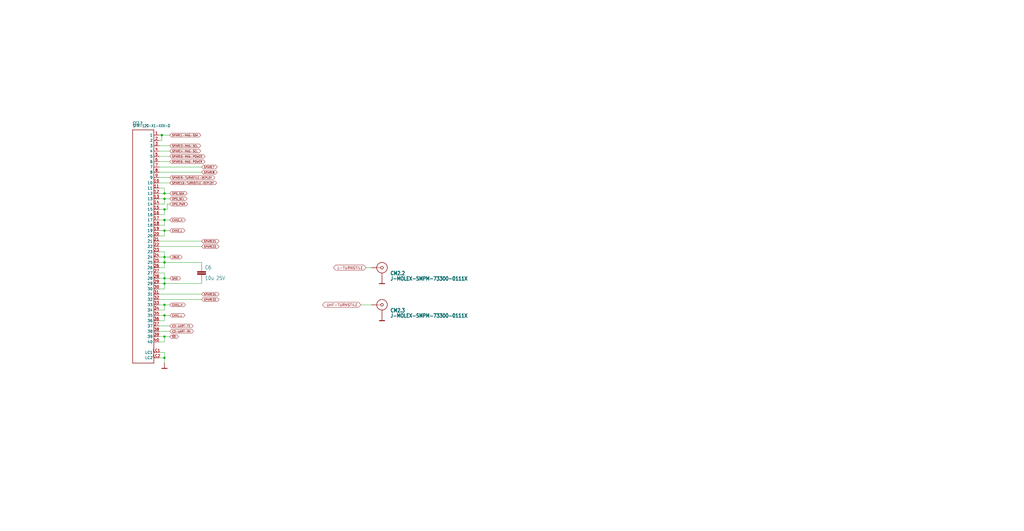
<source format=kicad_sch>
(kicad_sch (version 20211123) (generator eeschema)
  (paper "User" 490.22 254.406)
  (lib_symbols
    (symbol "J-MOLEX-SMPM-73300-0111X:J-MOLEX-SMPM-73300-0111X_1"
      (property "Reference" "CM2.2" (at 3.81 -3.81 0))
      (property "Value" "J-MOLEX-SMPM-73300-0111X_1" (at 3.81 -6.35 0))
      (symbol "J-MOLEX-SMPM-73300-0111X_1_1_0"
        (polyline (pts (xy -2.54 0) (xy -0.635 0)) (stroke (width 0.1524)))
        (circle (center 0 0) (radius 0.635) (stroke (width 0.254)))
        (circle (center 0 0) (radius 2.54) (stroke (width 0.254)))
        (pin passive line (at 0 -5.08 90) (length 2.54) (name "SHIELD1") (number "GND"))
        (pin passive line (at -5.08 0 0) (length 2.54) (name "RF") (number "RF-DOWN"))
      )
    )
    (symbol "oresat0-1u-backplane-eagle-import:C-EU1206-B"
      (property "Reference" "C" (at 1.524 0.381 0))
      (property "Value" "C-EU1206-B" (at 1.524 -4.699 0))
      (symbol "C-EU1206-B_1_0"
        (rectangle (start -2.032 -2.032) (end 2.032 -1.524) (fill (type outline)))
        (rectangle (start -2.032 -1.016) (end 2.032 -0.508) (fill (type outline)))
        (polyline (pts (xy 0 -2.54) (xy 0 -2.032)) (stroke (width 0.1524)))
        (polyline (pts (xy 0 0) (xy 0 -0.508)) (stroke (width 0.1524)))
        (pin passive line (at 0 2.54 270) (length 2.54) (name "1") (number "1"))
        (pin passive line (at 0 -5.08 90) (length 2.54) (name "2") (number "2"))
      )
    )
    (symbol "oresat0-1u-backplane-eagle-import:GND" (power)
      (symbol "GND_1_0"
        (polyline (pts (xy -1.27 -2.54) (xy 1.27 -2.54)) (stroke (width 0.4064)))
        (pin power_in line (at 0 0 270) (length 2.54) (name "GND") (number "1"))
      )
    )
    (symbol "oresat0-1u-backplane-eagle-import:SFM-120-X1-XXX-D"
      (property "Reference" "J" (at -2.54 50.8 0))
      (property "Value" "SFM-120-X1-XXX-D" (at -2.54 49.53 0))
      (symbol "SFM-120-X1-XXX-D_1_0"
        (polyline (pts (xy -2.54 -63.5) (xy -2.54 48.26)) (stroke (width 0.254)))
        (polyline (pts (xy -2.54 48.26) (xy 7.62 48.26)) (stroke (width 0.254)))
        (polyline (pts (xy 7.62 -63.5) (xy -2.54 -63.5)) (stroke (width 0.254)))
        (polyline (pts (xy 7.62 48.26) (xy 7.62 -63.5)) (stroke (width 0.254)))
        (pin passive line (at 10.16 45.72 180) (length 2.54) (name "1") (number "1"))
        (pin passive line (at 10.16 22.86 180) (length 2.54) (name "10") (number "10"))
        (pin passive line (at 10.16 20.32 180) (length 2.54) (name "11") (number "11"))
        (pin passive line (at 10.16 17.78 180) (length 2.54) (name "12") (number "12"))
        (pin passive line (at 10.16 15.24 180) (length 2.54) (name "13") (number "13"))
        (pin passive line (at 10.16 12.7 180) (length 2.54) (name "14") (number "14"))
        (pin passive line (at 10.16 10.16 180) (length 2.54) (name "15") (number "15"))
        (pin passive line (at 10.16 7.62 180) (length 2.54) (name "16") (number "16"))
        (pin passive line (at 10.16 5.08 180) (length 2.54) (name "17") (number "17"))
        (pin passive line (at 10.16 2.54 180) (length 2.54) (name "18") (number "18"))
        (pin passive line (at 10.16 0 180) (length 2.54) (name "19") (number "19"))
        (pin passive line (at 10.16 43.18 180) (length 2.54) (name "2") (number "2"))
        (pin passive line (at 10.16 -2.54 180) (length 2.54) (name "20") (number "20"))
        (pin passive line (at 10.16 -5.08 180) (length 2.54) (name "21") (number "21"))
        (pin passive line (at 10.16 -7.62 180) (length 2.54) (name "22") (number "22"))
        (pin passive line (at 10.16 -10.16 180) (length 2.54) (name "23") (number "23"))
        (pin passive line (at 10.16 -12.7 180) (length 2.54) (name "24") (number "24"))
        (pin passive line (at 10.16 -15.24 180) (length 2.54) (name "25") (number "25"))
        (pin passive line (at 10.16 -17.78 180) (length 2.54) (name "26") (number "26"))
        (pin passive line (at 10.16 -20.32 180) (length 2.54) (name "27") (number "27"))
        (pin passive line (at 10.16 -22.86 180) (length 2.54) (name "28") (number "28"))
        (pin passive line (at 10.16 -25.4 180) (length 2.54) (name "29") (number "29"))
        (pin passive line (at 10.16 40.64 180) (length 2.54) (name "3") (number "3"))
        (pin passive line (at 10.16 -27.94 180) (length 2.54) (name "30") (number "30"))
        (pin passive line (at 10.16 -30.48 180) (length 2.54) (name "31") (number "31"))
        (pin passive line (at 10.16 -33.02 180) (length 2.54) (name "32") (number "32"))
        (pin passive line (at 10.16 -35.56 180) (length 2.54) (name "33") (number "33"))
        (pin passive line (at 10.16 -38.1 180) (length 2.54) (name "34") (number "34"))
        (pin passive line (at 10.16 -40.64 180) (length 2.54) (name "35") (number "35"))
        (pin passive line (at 10.16 -43.18 180) (length 2.54) (name "36") (number "36"))
        (pin passive line (at 10.16 -45.72 180) (length 2.54) (name "37") (number "37"))
        (pin passive line (at 10.16 -48.26 180) (length 2.54) (name "38") (number "38"))
        (pin passive line (at 10.16 -50.8 180) (length 2.54) (name "39") (number "39"))
        (pin passive line (at 10.16 38.1 180) (length 2.54) (name "4") (number "4"))
        (pin passive line (at 10.16 -53.34 180) (length 2.54) (name "40") (number "40"))
        (pin passive line (at 10.16 35.56 180) (length 2.54) (name "5") (number "5"))
        (pin passive line (at 10.16 33.02 180) (length 2.54) (name "6") (number "6"))
        (pin passive line (at 10.16 30.48 180) (length 2.54) (name "7") (number "7"))
        (pin passive line (at 10.16 27.94 180) (length 2.54) (name "8") (number "8"))
        (pin passive line (at 10.16 25.4 180) (length 2.54) (name "9") (number "9"))
        (pin passive line (at 10.16 -58.42 180) (length 2.54) (name "LC1") (number "LC1"))
        (pin passive line (at 10.16 -60.96 180) (length 2.54) (name "LC2") (number "LC2"))
      )
    )
  )
  (junction (at 78.74 171.45))
  (junction (at 78.74 105.41))
  (junction (at 78.74 133.35))
  (junction (at 78.74 123.19))
  (junction (at 78.74 161.29))
  (junction (at 78.74 125.73))
  (junction (at 78.74 110.49))
  (junction (at 78.74 146.05))
  (junction (at 78.74 95.25))
  (junction (at 78.74 151.13))
  (junction (at 78.74 92.71))
  (junction (at 78.74 100.33))
  (junction (at 77.47 64.77))
  (junction (at 78.74 135.89))
  (wire (pts (xy 81.28 97.79) (xy 80.01 97.79)))
  (wire (pts (xy 76.2 158.75) (xy 81.28 158.75)))
  (wire (pts (xy 78.74 110.49) (xy 78.74 113.03)))
  (wire (pts (xy 78.74 90.17) (xy 76.2 90.17)))
  (wire (pts (xy 76.2 64.77) (xy 77.47 64.77)))
  (wire (pts (xy 78.74 95.25) (xy 78.74 97.79)))
  (wire (pts (xy 76.2 148.59) (xy 78.74 148.59)))
  (wire (pts (xy 76.2 168.91) (xy 78.74 168.91)))
  (wire (pts (xy 76.2 82.55) (xy 96.52 82.55)))
  (wire (pts (xy 77.47 67.31) (xy 77.47 64.77)))
  (wire (pts (xy 78.74 133.35) (xy 78.74 135.89)))
  (wire (pts (xy 78.74 130.81) (xy 78.74 133.35)))
  (wire (pts (xy 78.74 168.91) (xy 78.74 171.45)))
  (wire (pts (xy 76.2 120.65) (xy 78.74 120.65)))
  (wire (pts (xy 81.28 133.35) (xy 78.74 133.35)))
  (wire (pts (xy 76.2 143.51) (xy 96.52 143.51)))
  (wire (pts (xy 81.28 105.41) (xy 78.74 105.41)))
  (wire (pts (xy 78.74 161.29) (xy 76.2 161.29)))
  (wire (pts (xy 81.28 146.05) (xy 78.74 146.05)))
  (wire (pts (xy 96.52 134.62) (xy 96.52 135.89)))
  (wire (pts (xy 81.28 123.19) (xy 78.74 123.19)))
  (wire (pts (xy 78.74 105.41) (xy 78.74 107.95)))
  (wire (pts (xy 78.74 128.27) (xy 76.2 128.27)))
  (wire (pts (xy 177.8 128.27) (xy 175.26 128.27)))
  (wire (pts (xy 78.74 95.25) (xy 81.28 95.25)))
  (wire (pts (xy 78.74 123.19) (xy 78.74 125.73)))
  (wire (pts (xy 78.74 97.79) (xy 76.2 97.79)))
  (wire (pts (xy 76.2 140.97) (xy 96.52 140.97)))
  (wire (pts (xy 78.74 125.73) (xy 78.74 128.27)))
  (wire (pts (xy 78.74 125.73) (xy 76.2 125.73)))
  (wire (pts (xy 81.28 110.49) (xy 78.74 110.49)))
  (wire (pts (xy 76.2 69.85) (xy 81.28 69.85)))
  (wire (pts (xy 76.2 153.67) (xy 78.74 153.67)))
  (wire (pts (xy 78.74 125.73) (xy 96.52 125.73)))
  (wire (pts (xy 81.28 92.71) (xy 78.74 92.71)))
  (wire (pts (xy 78.74 102.87) (xy 78.74 100.33)))
  (wire (pts (xy 78.74 153.67) (xy 78.74 151.13)))
  (wire (pts (xy 78.74 171.45) (xy 78.74 173.99)))
  (wire (pts (xy 76.2 138.43) (xy 78.74 138.43)))
  (wire (pts (xy 78.74 110.49) (xy 76.2 110.49)))
  (wire (pts (xy 76.2 163.83) (xy 78.74 163.83)))
  (wire (pts (xy 78.74 100.33) (xy 76.2 100.33)))
  (wire (pts (xy 76.2 118.11) (xy 96.52 118.11)))
  (wire (pts (xy 78.74 135.89) (xy 76.2 135.89)))
  (wire (pts (xy 76.2 115.57) (xy 96.52 115.57)))
  (wire (pts (xy 76.2 72.39) (xy 81.28 72.39)))
  (wire (pts (xy 76.2 102.87) (xy 78.74 102.87)))
  (wire (pts (xy 76.2 85.09) (xy 81.28 85.09)))
  (wire (pts (xy 76.2 113.03) (xy 78.74 113.03)))
  (wire (pts (xy 76.2 95.25) (xy 78.74 95.25)))
  (wire (pts (xy 76.2 107.95) (xy 78.74 107.95)))
  (wire (pts (xy 78.74 105.41) (xy 76.2 105.41)))
  (wire (pts (xy 76.2 92.71) (xy 78.74 92.71)))
  (wire (pts (xy 80.01 97.79) (xy 80.01 100.33)))
  (wire (pts (xy 96.52 125.73) (xy 96.52 127)))
  (wire (pts (xy 76.2 133.35) (xy 78.74 133.35)))
  (wire (pts (xy 81.28 151.13) (xy 78.74 151.13)))
  (wire (pts (xy 78.74 148.59) (xy 78.74 146.05)))
  (wire (pts (xy 76.2 130.81) (xy 78.74 130.81)))
  (wire (pts (xy 76.2 171.45) (xy 78.74 171.45)))
  (wire (pts (xy 96.52 135.89) (xy 78.74 135.89)))
  (wire (pts (xy 80.01 100.33) (xy 78.74 100.33)))
  (wire (pts (xy 78.74 120.65) (xy 78.74 123.19)))
  (wire (pts (xy 76.2 67.31) (xy 77.47 67.31)))
  (wire (pts (xy 76.2 156.21) (xy 81.28 156.21)))
  (wire (pts (xy 177.8 146.05) (xy 172.72 146.05)))
  (wire (pts (xy 78.74 138.43) (xy 78.74 135.89)))
  (wire (pts (xy 76.2 77.47) (xy 81.28 77.47)))
  (wire (pts (xy 81.28 161.29) (xy 78.74 161.29)))
  (wire (pts (xy 78.74 146.05) (xy 76.2 146.05)))
  (wire (pts (xy 76.2 80.01) (xy 96.52 80.01)))
  (wire (pts (xy 76.2 87.63) (xy 81.28 87.63)))
  (wire (pts (xy 77.47 64.77) (xy 81.28 64.77)))
  (wire (pts (xy 76.2 74.93) (xy 81.28 74.93)))
  (wire (pts (xy 78.74 163.83) (xy 78.74 161.29)))
  (wire (pts (xy 78.74 151.13) (xy 76.2 151.13)))
  (wire (pts (xy 78.74 123.19) (xy 76.2 123.19)))
  (wire (pts (xy 78.74 92.71) (xy 78.74 90.17)))
  (global_label "SPARE10-TURNSTILE-DEPLOY" (shape bidirectional) (at 81.28 87.63 0) (effects (font (size 0.889 0.889))) (property "Intersheet References" "${INTERSHEET_REFS}" (effects hide)))
  (global_label "SPARE22" (shape bidirectional) (at 96.52 118.11 0) (effects (font (size 0.889 0.889))) (property "Intersheet References" "${INTERSHEET_REFS}" (effects hide)))
  (global_label "SPARE6-MAG-POWER" (shape bidirectional) (at 81.28 77.47 0) (effects (font (size 0.889 0.889))) (property "Intersheet References" "${INTERSHEET_REFS}" (effects hide)))
  (global_label "SPARE21" (shape bidirectional) (at 96.52 115.57 0) (effects (font (size 0.889 0.889))) (property "Intersheet References" "${INTERSHEET_REFS}" (effects hide)))
  (global_label "OPD_SCL" (shape bidirectional) (at 81.28 95.25 0) (effects (font (size 0.889 0.889))) (property "Intersheet References" "${INTERSHEET_REFS}" (effects hide)))
  (global_label "CAN1_L" (shape bidirectional) (at 81.28 151.13 0) (effects (font (size 0.889 0.889))) (property "Intersheet References" "${INTERSHEET_REFS}" (effects hide)))
  (global_label "SPARE4-MAG-SCL" (shape bidirectional) (at 81.28 72.39 0) (effects (font (size 0.889 0.889))) (property "Intersheet References" "${INTERSHEET_REFS}" (effects hide)))
  (global_label "VBUS" (shape bidirectional) (at 81.28 123.19 0) (effects (font (size 0.889 0.889))) (property "Intersheet References" "${INTERSHEET_REFS}" (effects hide)))
  (global_label "SPARE9-TURNSTILE-DEPLOY" (shape bidirectional) (at 81.28 85.09 0) (effects (font (size 0.889 0.889))) (property "Intersheet References" "${INTERSHEET_REFS}" (effects hide)))
  (global_label "SPARE8" (shape bidirectional) (at 96.52 82.55 0) (effects (font (size 0.889 0.889))) (property "Intersheet References" "${INTERSHEET_REFS}" (effects hide)))
  (global_label "SPARE1-MAG-SDA" (shape bidirectional) (at 81.28 64.77 0) (effects (font (size 0.889 0.889))) (property "Intersheet References" "${INTERSHEET_REFS}" (effects hide)))
  (global_label "OPD_SDA" (shape bidirectional) (at 81.28 92.71 0) (effects (font (size 0.889 0.889))) (property "Intersheet References" "${INTERSHEET_REFS}" (effects hide)))
  (global_label "GND" (shape bidirectional) (at 81.28 133.35 0) (effects (font (size 0.889 0.889))) (property "Intersheet References" "${INTERSHEET_REFS}" (effects hide)))
  (global_label "UHF-TURNSTILE" (shape bidirectional) (at 172.72 146.05 180) (effects (font (size 1.2446 1.2446))) (property "Intersheet References" "${INTERSHEET_REFS}" (effects hide)))
  (global_label "SPARE7" (shape bidirectional) (at 96.52 80.01 0) (effects (font (size 0.889 0.889))) (property "Intersheet References" "${INTERSHEET_REFS}" (effects hide)))
  (global_label "SPARE3-MAG-SCL" (shape bidirectional) (at 81.28 69.85 0) (effects (font (size 0.889 0.889))) (property "Intersheet References" "${INTERSHEET_REFS}" (effects hide)))
  (global_label "~{SD}" (shape bidirectional) (at 81.28 161.29 0) (effects (font (size 0.889 0.889))) (property "Intersheet References" "${INTERSHEET_REFS}" (effects hide)))
  (global_label "OPD_PWR" (shape bidirectional) (at 81.28 97.79 0) (effects (font (size 0.889 0.889))) (property "Intersheet References" "${INTERSHEET_REFS}" (effects hide)))
  (global_label "L-TURNSTILE" (shape bidirectional) (at 175.26 128.27 180) (effects (font (size 1.2446 1.2446))) (property "Intersheet References" "${INTERSHEET_REFS}" (effects hide)))
  (global_label "SPARE5-MAG-POWER" (shape bidirectional) (at 81.28 74.93 0) (effects (font (size 0.889 0.889))) (property "Intersheet References" "${INTERSHEET_REFS}" (effects hide)))
  (global_label "SPARE32" (shape bidirectional) (at 96.52 143.51 0) (effects (font (size 0.889 0.889))) (property "Intersheet References" "${INTERSHEET_REFS}" (effects hide)))
  (global_label "C3-UART-TX" (shape bidirectional) (at 81.28 156.21 0) (effects (font (size 0.889 0.889))) (property "Intersheet References" "${INTERSHEET_REFS}" (effects hide)))
  (global_label "C3-UART-RX" (shape bidirectional) (at 81.28 158.75 0) (effects (font (size 0.889 0.889))) (property "Intersheet References" "${INTERSHEET_REFS}" (effects hide)))
  (global_label "CAN2_L" (shape bidirectional) (at 81.28 110.49 0) (effects (font (size 0.889 0.889))) (property "Intersheet References" "${INTERSHEET_REFS}" (effects hide)))
  (global_label "CAN1_H" (shape bidirectional) (at 81.28 146.05 0) (effects (font (size 0.889 0.889))) (property "Intersheet References" "${INTERSHEET_REFS}" (effects hide)))
  (global_label "CAN2_H" (shape bidirectional) (at 81.28 105.41 0) (effects (font (size 0.889 0.889))) (property "Intersheet References" "${INTERSHEET_REFS}" (effects hide)))
  (global_label "SPARE31" (shape bidirectional) (at 96.52 140.97 0) (effects (font (size 0.889 0.889))) (property "Intersheet References" "${INTERSHEET_REFS}" (effects hide)))
  (symbol (lib_id "J-MOLEX-SMPM-73300-0111X:J-MOLEX-SMPM-73300-0111X_1") (at 182.88 128.27 0) (unit 1)
    (property "Reference" "CM2.2" (at 186.69 132.08 0) (effects (font (size 1.778 1.5113) bold) (justify left bottom)))
    (property "Value" "J-MOLEX-SMPM-73300-0111X" (at 186.69 134.62 0) (effects (font (size 1.778 1.5113) bold) (justify left bottom)))
    (property "Footprint" "oresat-footprints:J-MOLEX-SMPM-73300-0111X-long" (effects hide))
  )
  (symbol (lib_id "oresat0-1u-backplane-eagle-import:C-EU1206-B") (at 96.52 129.54 0) (unit 1)
    (property "Reference" "C6" (at 98.044 129.159 0) (effects (font (size 1.778 1.5113)) (justify left bottom)))
    (property "Value" "10u 25V" (at 98.044 134.239 0) (effects (font (size 1.778 1.5113)) (justify left bottom)))
    (property "Footprint" "oresat0-1u-backplane:1206-B" (effects hide))
  )
  (symbol (lib_id "oresat0-1u-backplane-eagle-import:SFM-120-X1-XXX-D") (at 66.04 110.49 0) (unit 1)
    (property "Reference" "CF2.2" (at 63.5 59.69 0) (effects (font (size 1.27 1.0795)) (justify left bottom)))
    (property "Value" "SFM-120-X1-XXX-D" (at 63.5 60.96 0) (effects (font (size 1.27 1.0795)) (justify left bottom)))
    (property "Footprint" "oresat0-1u-backplane:SFM-120-X1-XXX-D" (effects hide))
  )
  (symbol (lib_id "oresat0-1u-backplane-eagle-import:GND") (at 182.88 133.35 0) (unit 1)
    (property "Reference" "#GND011" (effects hide))
    (property "Value" "GND" (effects hide))
    (property "Footprint" "oresat0-1u-backplane:" (effects hide))
  )
  (symbol (lib_id "oresat0-1u-backplane-eagle-import:GND") (at 78.74 173.99 0) (unit 1)
    (property "Reference" "#GND0109" (effects hide))
    (property "Value" "GND" (effects hide))
    (property "Footprint" "oresat0-1u-backplane:" (effects hide))
  )
  (symbol (lib_id "J-MOLEX-SMPM-73300-0111X:J-MOLEX-SMPM-73300-0111X_1") (at 182.88 146.05 0) (unit 1)
    (property "Reference" "CM2.3" (at 186.69 149.86 0) (effects (font (size 1.778 1.5113) bold) (justify left bottom)))
    (property "Value" "J-MOLEX-SMPM-73300-0111X" (at 186.69 152.4 0) (effects (font (size 1.778 1.5113) bold) (justify left bottom)))
    (property "Footprint" "oresat-footprints:J-MOLEX-SMPM-73300-0111X-long" (effects hide))
  )
  (symbol (lib_id "oresat0-1u-backplane-eagle-import:GND") (at 182.88 151.13 0) (unit 1)
    (property "Reference" "#GND04" (effects hide))
    (property "Value" "GND" (effects hide))
    (property "Footprint" "oresat0-1u-backplane:" (effects hide))
  )
)
</source>
